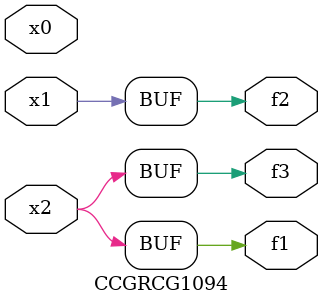
<source format=v>
module CCGRCG1094(
	input x0, x1, x2,
	output f1, f2, f3
);
	assign f1 = x2;
	assign f2 = x1;
	assign f3 = x2;
endmodule

</source>
